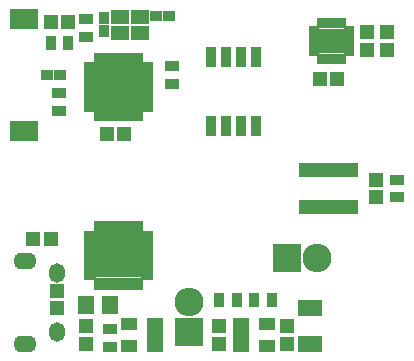
<source format=gts>
G04 #@! TF.FileFunction,Soldermask,Top*
%FSLAX46Y46*%
G04 Gerber Fmt 4.6, Leading zero omitted, Abs format (unit mm)*
G04 Created by KiCad (PCBNEW (2015-08-11 BZR 6084)-product) date Mi 23 Sep 2015 17:42:07 CEST*
%MOMM*%
G01*
G04 APERTURE LIST*
%ADD10C,0.100000*%
%ADD11R,1.150000X1.200000*%
%ADD12R,1.100000X0.650000*%
%ADD13R,0.650000X1.100000*%
%ADD14R,2.125000X2.125000*%
%ADD15R,2.432000X2.432000*%
%ADD16O,2.432000X2.432000*%
%ADD17R,1.000000X1.300000*%
%ADD18R,1.200000X1.150000*%
%ADD19R,0.900000X1.700000*%
%ADD20R,2.400000X1.800000*%
%ADD21R,2.000000X1.400000*%
%ADD22R,1.000000X0.900000*%
%ADD23R,0.900000X1.000000*%
%ADD24R,1.400000X1.650000*%
%ADD25O,1.350000X1.650000*%
%ADD26O,1.950000X1.400000*%
%ADD27R,1.300000X0.900000*%
%ADD28R,0.900000X1.300000*%
%ADD29R,1.460000X1.050000*%
%ADD30R,0.950000X0.600000*%
%ADD31R,0.600000X0.950000*%
%ADD32R,1.275000X1.200000*%
%ADD33R,1.500000X1.300000*%
G04 APERTURE END LIST*
D10*
D11*
X24250000Y-45750000D03*
X24250000Y-44250000D03*
D12*
X27100000Y-25250000D03*
X27100000Y-25750000D03*
X27100000Y-26250000D03*
X27100000Y-26750000D03*
X27100000Y-27250000D03*
X27100000Y-27750000D03*
X27100000Y-28250000D03*
X27100000Y-28750000D03*
D13*
X27750000Y-29400000D03*
X28250000Y-29400000D03*
X28750000Y-29400000D03*
X29250000Y-29400000D03*
X29750000Y-29400000D03*
X30250000Y-29400000D03*
X30750000Y-29400000D03*
X31250000Y-29400000D03*
D12*
X31900000Y-28750000D03*
X31900000Y-28250000D03*
X31900000Y-27750000D03*
X31900000Y-27250000D03*
X31900000Y-26750000D03*
X31900000Y-26250000D03*
X31900000Y-25750000D03*
X31900000Y-25250000D03*
D13*
X31250000Y-24600000D03*
X30750000Y-24600000D03*
X30250000Y-24600000D03*
X29750000Y-24600000D03*
X29250000Y-24600000D03*
X28750000Y-24600000D03*
X28250000Y-24600000D03*
X27750000Y-24600000D03*
D14*
X30362500Y-27862500D03*
X30362500Y-26137500D03*
X28637500Y-27862500D03*
X28637500Y-26137500D03*
D15*
X43726696Y-41500000D03*
D16*
X46266696Y-41500000D03*
D17*
X49300000Y-34050000D03*
X48300000Y-34050000D03*
X47300000Y-34050000D03*
X46300000Y-34050000D03*
X45300000Y-34050000D03*
X45300000Y-37150000D03*
X46300000Y-37150000D03*
X47300000Y-37150000D03*
X48300000Y-37150000D03*
X49300000Y-37150000D03*
D18*
X23800000Y-39900000D03*
X22300000Y-39900000D03*
D19*
X37295000Y-30321000D03*
X38565000Y-30321000D03*
X39835000Y-30321000D03*
X41105000Y-30321000D03*
X41105000Y-24479000D03*
X39835000Y-24479000D03*
X38565000Y-24479000D03*
X37295000Y-24479000D03*
D20*
X21500000Y-30750000D03*
X21500000Y-21250000D03*
D18*
X28500000Y-31000000D03*
X30000000Y-31000000D03*
D11*
X26750000Y-47250000D03*
X26750000Y-48750000D03*
X38000000Y-47250000D03*
X38000000Y-48750000D03*
D21*
X45750000Y-45750000D03*
X45750000Y-48750000D03*
D11*
X43750000Y-47250000D03*
X43750000Y-48750000D03*
D22*
X24550000Y-26000000D03*
X23450000Y-26000000D03*
D23*
X28250000Y-22300000D03*
X28250000Y-21200000D03*
D22*
X32700000Y-21000000D03*
X33800000Y-21000000D03*
D18*
X25250000Y-21500000D03*
X23750000Y-21500000D03*
D11*
X50520702Y-23848198D03*
X50520702Y-22348198D03*
X52270702Y-23848198D03*
X52270702Y-22348198D03*
D18*
X48020702Y-26348198D03*
X46520702Y-26348198D03*
D11*
X51300000Y-34850000D03*
X51300000Y-36350000D03*
D24*
X26750000Y-45500000D03*
X28750000Y-45500000D03*
D25*
X24312540Y-47750900D03*
X24312540Y-42750900D03*
D26*
X21612540Y-48750900D03*
X21612540Y-41750900D03*
D15*
X35500000Y-47750000D03*
D16*
X35500000Y-45210000D03*
D27*
X24500000Y-27500000D03*
X24500000Y-29000000D03*
X26750000Y-22750000D03*
X26750000Y-21250000D03*
X28750000Y-47500000D03*
X28750000Y-49000000D03*
D28*
X25250000Y-23250000D03*
X23750000Y-23250000D03*
D27*
X34000000Y-25250000D03*
X34000000Y-26750000D03*
D28*
X38000000Y-45000000D03*
X39500000Y-45000000D03*
X41000000Y-45000000D03*
X42500000Y-45000000D03*
D27*
X53050000Y-34850000D03*
X53050000Y-36350000D03*
D13*
X31250000Y-38850000D03*
X30750000Y-38850000D03*
X30250000Y-38850000D03*
X29750000Y-38850000D03*
X29250000Y-38850000D03*
X28750000Y-38850000D03*
X28250000Y-38850000D03*
X27750000Y-38850000D03*
D12*
X27100000Y-39500000D03*
X27100000Y-40000000D03*
X27100000Y-40500000D03*
X27100000Y-41000000D03*
X27100000Y-41500000D03*
X27100000Y-42000000D03*
X27100000Y-42500000D03*
X27100000Y-43000000D03*
D13*
X27750000Y-43650000D03*
X28250000Y-43650000D03*
X28750000Y-43650000D03*
X29250000Y-43650000D03*
X29750000Y-43650000D03*
X30250000Y-43650000D03*
X30750000Y-43650000D03*
X31250000Y-43650000D03*
D12*
X31900000Y-43000000D03*
X31900000Y-42500000D03*
X31900000Y-42000000D03*
X31900000Y-41500000D03*
X31900000Y-41000000D03*
X31900000Y-40500000D03*
X31900000Y-40000000D03*
X31900000Y-39500000D03*
D14*
X28637500Y-42112500D03*
X30362500Y-42112500D03*
X28637500Y-40387500D03*
X30362500Y-40387500D03*
D29*
X32600000Y-48950000D03*
X32600000Y-48000000D03*
X32600000Y-47050000D03*
X30400000Y-47050000D03*
X30400000Y-48950000D03*
D30*
X46020702Y-22098198D03*
X46020702Y-22498198D03*
X46020702Y-22898198D03*
X46020702Y-23298198D03*
X46020702Y-23698198D03*
X46020702Y-24098198D03*
D31*
X46520702Y-24598198D03*
X46920702Y-24598198D03*
X47320702Y-24598198D03*
X47720702Y-24598198D03*
X48120702Y-24598198D03*
X48520702Y-24598198D03*
D30*
X49020702Y-24098198D03*
X49020702Y-23698198D03*
X49020702Y-23298198D03*
X49020702Y-22898198D03*
X49020702Y-22498198D03*
X49020702Y-22098198D03*
D31*
X48520702Y-21598198D03*
X48120702Y-21598198D03*
X47720702Y-21598198D03*
X47320702Y-21598198D03*
X46920702Y-21598198D03*
X46520702Y-21598198D03*
D32*
X47955702Y-23498198D03*
X47955702Y-22698198D03*
X47085702Y-23498198D03*
X47085702Y-22698198D03*
D29*
X39900000Y-47050000D03*
X39900000Y-48000000D03*
X39900000Y-48950000D03*
X42100000Y-48950000D03*
X42100000Y-47050000D03*
D33*
X29650000Y-22400000D03*
X29650000Y-21100000D03*
X31350000Y-22400000D03*
X31350000Y-21100000D03*
M02*

</source>
